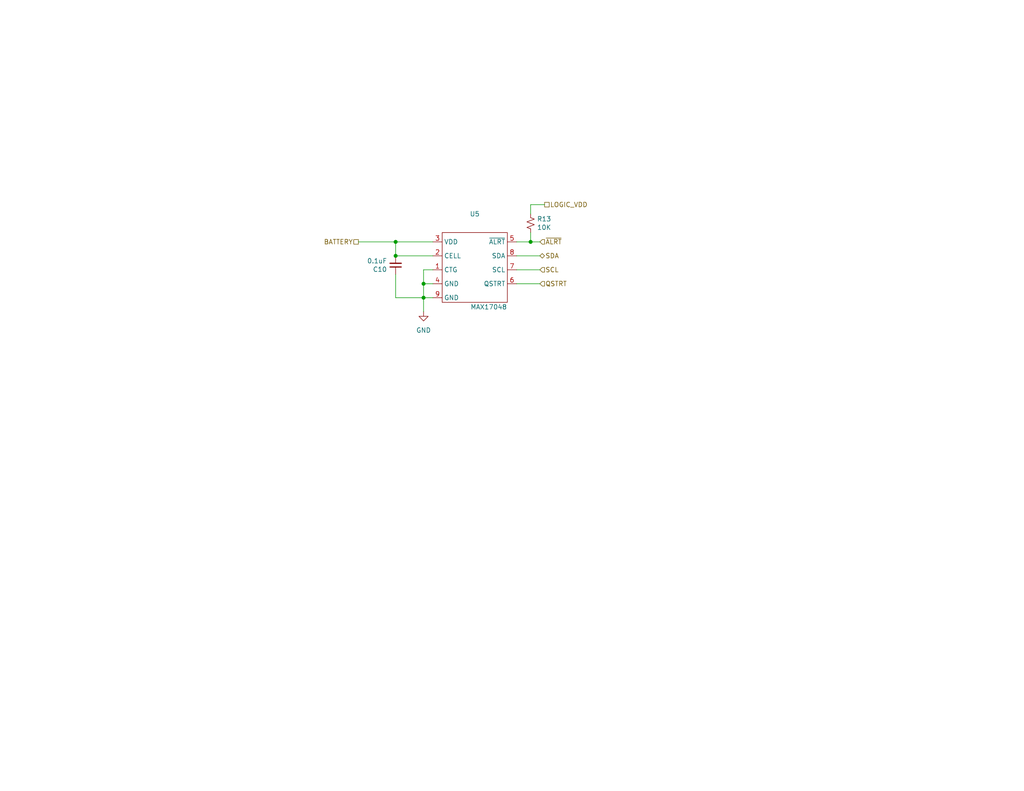
<source format=kicad_sch>
(kicad_sch (version 20231120) (generator "eeschema") (generator_version "8.0")
  (paper "USLetter")
  (title_block (title "RedTeamVillage") (date "2024-02-20") (rev "v1") (company "BadgePirates") (comment 1 "ESP32-S3 WROOM (WIFI/BTLE)") (comment 2 "USB to Serial Connector / MicroSD") (comment 3 "Lipo Charger / 14500 Battery x2 / Battery Guage") (comment 4 "4 Input Buttons  /Rotary Dials / SPI TFT"))
  (lib_symbols
    (symbol "BadgePirates:C_.1uf_0805" (pin_numbers hide) (pin_names (offset 0.254) hide)
      (property "Reference" "C_.1uf_0805" (at 2.3368 1.1684 0))
      (property "Value" "0.1uF" (at 2.3368 -1.143 0))
      (symbol "C_.1uf_0805_0_1"
        (polyline (pts (xy -1.524 -0.508) (xy 1.524 -0.508)) (stroke (width 0.3302)))
        (polyline (pts (xy -1.524 0.508) (xy 1.524 0.508)) (stroke (width 0.3048)))
      )
      (symbol "C_.1uf_0805_1_1"
        (pin passive line (at 0 2.54 270) (length 2.032) (name "~") (number "1"))
        (pin passive line (at 0 -2.54 90) (length 2.032) (name "~") (number "2"))
      )
    )
    (symbol "BadgePirates:MAX17048"
      (property "Reference" "U" (at 0 0 0))
      (property "Value" "MAX17048" (at 3.81 -21.59 0))
      (symbol "MAX17048_0_0"
        (pin passive line (at -11.43 -11.43 0) (length 2.54) (name "CTG") (number "1"))
        (pin passive line (at -11.43 -7.62 0) (length 2.54) (name "CELL") (number "2"))
        (pin power_in line (at -11.43 -3.81 0) (length 2.54) (name "VDD") (number "3"))
        (pin passive line (at -11.43 -15.24 0) (length 2.54) (name "GND") (number "4"))
        (pin open_collector line (at 11.43 -3.81 180) (length 2.54) (name "~{ALRT}") (number "5"))
        (pin passive line (at 11.43 -15.24 180) (length 2.54) (name "QSTRT") (number "6"))
        (pin input line (at 11.43 -11.43 180) (length 2.54) (name "SCL") (number "7"))
        (pin bidirectional line (at 11.43 -7.62 180) (length 2.54) (name "SDA") (number "8"))
      )
      (symbol "MAX17048_0_1"
        (rectangle (start -8.89 -1.27) (end 8.89 -20.32))
      )
      (symbol "MAX17048_1_0"
        (pin passive line (at -11.43 -19.05 0) (length 2.54) (name "GND") (number "9"))
      )
    )
    (symbol "BadgePirates:R_10k_1206" (pin_numbers hide) (pin_names (offset 0.254) hide)
      (property "Reference" "R_10k_1206" (at 1.7272 1.1684 0))
      (property "Value" "10k" (at 1.7272 -1.143 0))
      (symbol "R_10k_1206_1_1"
        (polyline (pts (xy 0 0) (xy 1.016 -0.381) (xy 0 -0.762) (xy -1.016 -1.143) (xy 0 -1.524)))
        (polyline (pts (xy 0 1.524) (xy 1.016 1.143) (xy 0 0.762) (xy -1.016 0.381) (xy 0 0)))
        (pin passive line (at 0 2.54 270) (length 1.016) (name "~") (number "1"))
        (pin passive line (at 0 -2.54 90) (length 1.016) (name "~") (number "2"))
      )
    )
    (symbol "power:GND" (power) (pin_names (offset 0))
      (property "Value" "GND" (at 0 -3.81 0))
      (symbol "GND_0_1"
        (polyline (pts (xy 0 0) (xy 0 -1.27) (xy 1.27 -1.27) (xy 0 -2.54) (xy -1.27 -1.27) (xy 0 -1.27)))
      )
      (symbol "GND_1_1"
        (pin power_in line (at 0 0 270) (length 0) hide (name "GND") (number "1"))
      )
    )
  )
  (junction (at 115.57 77.47))
  (junction (at 144.78 66.04))
  (junction (at 115.57 81.28))
  (junction (at 107.95 69.85))
  (junction (at 107.95 66.04))
  (wire (pts (xy 97.79 66.04) (xy 107.95 66.04)))
  (wire (pts (xy 144.78 66.04) (xy 147.32 66.04)))
  (wire (pts (xy 144.78 58.42) (xy 144.78 55.88)))
  (wire (pts (xy 144.78 63.5) (xy 144.78 66.04)))
  (wire (pts (xy 140.97 66.04) (xy 144.78 66.04)))
  (wire (pts (xy 107.95 74.93) (xy 107.95 81.28)))
  (wire (pts (xy 118.11 66.04) (xy 107.95 66.04)))
  (wire (pts (xy 107.95 66.04) (xy 107.95 69.85)))
  (wire (pts (xy 140.97 77.47) (xy 147.32 77.47)))
  (wire (pts (xy 140.97 69.85) (xy 147.32 69.85)))
  (wire (pts (xy 118.11 73.66) (xy 115.57 73.66)))
  (wire (pts (xy 107.95 69.85) (xy 118.11 69.85)))
  (wire (pts (xy 115.57 81.28) (xy 118.11 81.28)))
  (wire (pts (xy 140.97 73.66) (xy 147.32 73.66)))
  (wire (pts (xy 107.95 81.28) (xy 115.57 81.28)))
  (wire (pts (xy 115.57 77.47) (xy 115.57 81.28)))
  (wire (pts (xy 115.57 77.47) (xy 118.11 77.47)))
  (wire (pts (xy 115.57 73.66) (xy 115.57 77.47)))
  (wire (pts (xy 144.78 55.88) (xy 148.59 55.88)))
  (wire (pts (xy 115.57 81.28) (xy 115.57 85.09)))
  (hierarchical_label "BATTERY" (shape passive) (at 97.79 66.04 180))
  (hierarchical_label "SCL" (shape input) (at 147.32 73.66 0))
  (hierarchical_label "LOGIC_VDD" (shape passive) (at 148.59 55.88 0))
  (hierarchical_label "QSTRT" (shape input) (at 147.32 77.47 0))
  (hierarchical_label "SDA" (shape bidirectional) (at 147.32 69.85 0))
  (hierarchical_label "~{ALRT}" (shape input) (at 147.32 66.04 0))
  (symbol (lib_id "BadgePirates:MAX17048") (at 129.54 62.23 0) (unit 1)
    (property "Reference" "U5" (at 129.54 58.42 0))
    (property "Value" "MAX17048" (at 133.35 83.82 0))
    (property "Footprint" "BadgePirates:MAX17048_TDFN" (effects (hide yes)))
    (property "Datasheet" "https://www.analog.com/media/en/technical-documentation/data-sheets/MAX17048-MAX17049.pdf" (effects (hide yes)))
    (property "MFG" "Analog Devices Inc" (effects (hide yes)))
    (property "MFG_PN" "MAX17048G+" (effects (hide yes)))
    (property "Vendor1" "LCSC" (effects (hide yes)))
    (property "Vendor1_PN" "C2682616" (effects (hide yes)))
    (property "Vendor1_URL" "https://www.lcsc.com/product-detail/Battery-Management-ICs_Analog-Devices-Inc-Maxim-Integrated-MAX17048G-T10_C2682616.html" (effects (hide yes)))
  )
  (symbol (lib_id "BadgePirates:R_10k_1206") (at 144.78 60.96 0) (unit 1)
    (property "Reference" "R13" (at 146.5072 59.7916 0) (effects (justify left)))
    (property "Value" "10K" (at 146.5072 62.103 0) (effects (justify left)))
    (property "Footprint" "BadgePirates:R_1206_3216Metric" (effects (hide yes)))
    (property "Datasheet" "https://datasheet.lcsc.com/lcsc/2304140030_YAGEO-RC1206FR-0710KL_C132649.pdf" (effects (hide yes)))
    (property "MFG" "YAGEO" (effects (hide yes)))
    (property "MFG_PN" "RC1206FR-0710KL" (effects (hide yes)))
    (property "Vendor1" "LCSC" (effects (hide yes)))
    (property "Vendor1_PN" "C132649" (effects (hide yes)))
    (property "Vendor1_URL" "https://www.lcsc.com/product-detail/Chip-Resistor-Surface-Mount_YAGEO-RC1206FR-0710KL_C132649.html" (effects (hide yes)))
  )
  (symbol (lib_id "BadgePirates:C_.1uf_0805") (at 107.95 72.39 180) (unit 1)
    (property "Reference" "C10" (at 105.6132 73.5584 0) (effects (justify left)))
    (property "Value" "0.1uF" (at 105.6132 71.247 0) (effects (justify left)))
    (property "Footprint" "BadgePirates:C_0805_2012Metric" (effects (hide yes)))
    (property "Datasheet" "https://datasheet.lcsc.com/lcsc/2304140030_TORCH-CT41G-0805-2X1-50V-0-1-F-K-N_C126469.pdf" (effects (hide yes)))
    (property "MFG" "TORCH " (effects (hide yes)))
    (property "MFG_PN" "CT41G-0805-2X1-50V-0.1μF-K(N)" (effects (hide yes)))
    (property "Vendor1" "LCSC" (effects (hide yes)))
    (property "Vendor1_PN" "C126469" (effects (hide yes)))
    (property "Vendor1_URL" "https://www.lcsc.com/product-detail/Multilayer-Ceramic-Capacitors-MLCC-SMD-SMT_TORCH-CT41G-0805-2X1-50V-0-1-F-K-N_C126469.html" (effects (hide yes)))
  )
  (symbol (lib_id "power:GND") (at 115.57 85.09 0) (unit 1)
    (property "Reference" "#PWR024" (effects (hide yes)))
    (property "Value" "GND" (at 115.57 90.17 0))
  )
)
</source>
